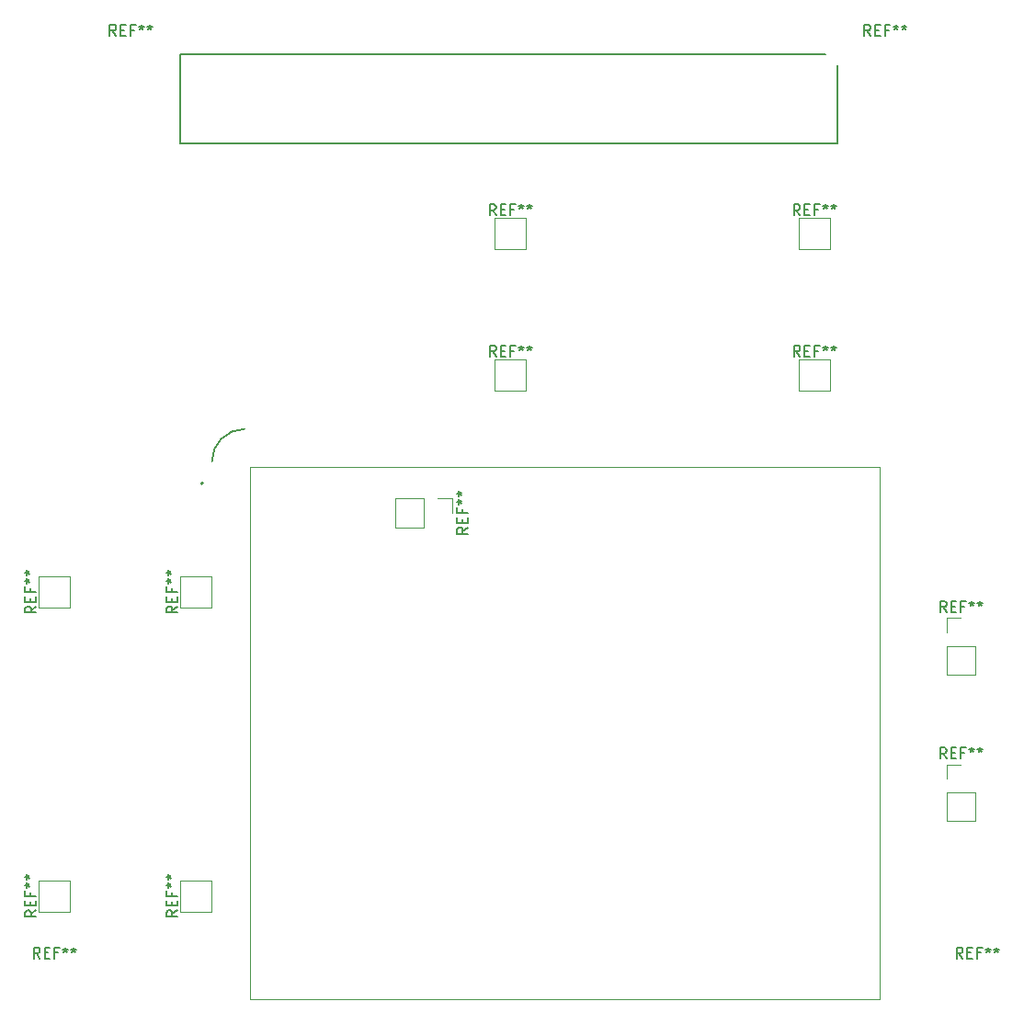
<source format=gbr>
%TF.GenerationSoftware,KiCad,Pcbnew,8.0.0*%
%TF.CreationDate,2025-01-17T03:21:48+02:00*%
%TF.ProjectId,diplomna_2024_solar_pcb_layout,6469706c-6f6d-46e6-915f-323032345f73,rev?*%
%TF.SameCoordinates,Original*%
%TF.FileFunction,Legend,Top*%
%TF.FilePolarity,Positive*%
%FSLAX46Y46*%
G04 Gerber Fmt 4.6, Leading zero omitted, Abs format (unit mm)*
G04 Created by KiCad (PCBNEW 8.0.0) date 2025-01-17 03:21:48*
%MOMM*%
%LPD*%
G01*
G04 APERTURE LIST*
%ADD10C,0.150000*%
%ADD11C,0.120000*%
%ADD12C,0.100000*%
%ADD13C,0.127000*%
%ADD14C,0.200000*%
G04 APERTURE END LIST*
D10*
X196306819Y-110333333D02*
X195830628Y-110666666D01*
X196306819Y-110904761D02*
X195306819Y-110904761D01*
X195306819Y-110904761D02*
X195306819Y-110523809D01*
X195306819Y-110523809D02*
X195354438Y-110428571D01*
X195354438Y-110428571D02*
X195402057Y-110380952D01*
X195402057Y-110380952D02*
X195497295Y-110333333D01*
X195497295Y-110333333D02*
X195640152Y-110333333D01*
X195640152Y-110333333D02*
X195735390Y-110380952D01*
X195735390Y-110380952D02*
X195783009Y-110428571D01*
X195783009Y-110428571D02*
X195830628Y-110523809D01*
X195830628Y-110523809D02*
X195830628Y-110904761D01*
X195783009Y-109904761D02*
X195783009Y-109571428D01*
X196306819Y-109428571D02*
X196306819Y-109904761D01*
X196306819Y-109904761D02*
X195306819Y-109904761D01*
X195306819Y-109904761D02*
X195306819Y-109428571D01*
X195783009Y-108666666D02*
X195783009Y-108999999D01*
X196306819Y-108999999D02*
X195306819Y-108999999D01*
X195306819Y-108999999D02*
X195306819Y-108523809D01*
X195306819Y-107999999D02*
X195544914Y-107999999D01*
X195449676Y-108238094D02*
X195544914Y-107999999D01*
X195544914Y-107999999D02*
X195449676Y-107761904D01*
X195735390Y-108142856D02*
X195544914Y-107999999D01*
X195544914Y-107999999D02*
X195735390Y-107857142D01*
X195306819Y-107238094D02*
X195544914Y-107238094D01*
X195449676Y-107476189D02*
X195544914Y-107238094D01*
X195544914Y-107238094D02*
X195449676Y-106999999D01*
X195735390Y-107380951D02*
X195544914Y-107238094D01*
X195544914Y-107238094D02*
X195735390Y-107095237D01*
X196306819Y-138333333D02*
X195830628Y-138666666D01*
X196306819Y-138904761D02*
X195306819Y-138904761D01*
X195306819Y-138904761D02*
X195306819Y-138523809D01*
X195306819Y-138523809D02*
X195354438Y-138428571D01*
X195354438Y-138428571D02*
X195402057Y-138380952D01*
X195402057Y-138380952D02*
X195497295Y-138333333D01*
X195497295Y-138333333D02*
X195640152Y-138333333D01*
X195640152Y-138333333D02*
X195735390Y-138380952D01*
X195735390Y-138380952D02*
X195783009Y-138428571D01*
X195783009Y-138428571D02*
X195830628Y-138523809D01*
X195830628Y-138523809D02*
X195830628Y-138904761D01*
X195783009Y-137904761D02*
X195783009Y-137571428D01*
X196306819Y-137428571D02*
X196306819Y-137904761D01*
X196306819Y-137904761D02*
X195306819Y-137904761D01*
X195306819Y-137904761D02*
X195306819Y-137428571D01*
X195783009Y-136666666D02*
X195783009Y-136999999D01*
X196306819Y-136999999D02*
X195306819Y-136999999D01*
X195306819Y-136999999D02*
X195306819Y-136523809D01*
X195306819Y-135999999D02*
X195544914Y-135999999D01*
X195449676Y-136238094D02*
X195544914Y-135999999D01*
X195544914Y-135999999D02*
X195449676Y-135761904D01*
X195735390Y-136142856D02*
X195544914Y-135999999D01*
X195544914Y-135999999D02*
X195735390Y-135857142D01*
X195306819Y-135238094D02*
X195544914Y-135238094D01*
X195449676Y-135476189D02*
X195544914Y-135238094D01*
X195544914Y-135238094D02*
X195449676Y-134999999D01*
X195735390Y-135380951D02*
X195544914Y-135238094D01*
X195544914Y-135238094D02*
X195735390Y-135095237D01*
X183306819Y-138333333D02*
X182830628Y-138666666D01*
X183306819Y-138904761D02*
X182306819Y-138904761D01*
X182306819Y-138904761D02*
X182306819Y-138523809D01*
X182306819Y-138523809D02*
X182354438Y-138428571D01*
X182354438Y-138428571D02*
X182402057Y-138380952D01*
X182402057Y-138380952D02*
X182497295Y-138333333D01*
X182497295Y-138333333D02*
X182640152Y-138333333D01*
X182640152Y-138333333D02*
X182735390Y-138380952D01*
X182735390Y-138380952D02*
X182783009Y-138428571D01*
X182783009Y-138428571D02*
X182830628Y-138523809D01*
X182830628Y-138523809D02*
X182830628Y-138904761D01*
X182783009Y-137904761D02*
X182783009Y-137571428D01*
X183306819Y-137428571D02*
X183306819Y-137904761D01*
X183306819Y-137904761D02*
X182306819Y-137904761D01*
X182306819Y-137904761D02*
X182306819Y-137428571D01*
X182783009Y-136666666D02*
X182783009Y-136999999D01*
X183306819Y-136999999D02*
X182306819Y-136999999D01*
X182306819Y-136999999D02*
X182306819Y-136523809D01*
X182306819Y-135999999D02*
X182544914Y-135999999D01*
X182449676Y-136238094D02*
X182544914Y-135999999D01*
X182544914Y-135999999D02*
X182449676Y-135761904D01*
X182735390Y-136142856D02*
X182544914Y-135999999D01*
X182544914Y-135999999D02*
X182735390Y-135857142D01*
X182306819Y-135238094D02*
X182544914Y-135238094D01*
X182449676Y-135476189D02*
X182544914Y-135238094D01*
X182544914Y-135238094D02*
X182449676Y-134999999D01*
X182735390Y-135380951D02*
X182544914Y-135238094D01*
X182544914Y-135238094D02*
X182735390Y-135095237D01*
X183306819Y-110333333D02*
X182830628Y-110666666D01*
X183306819Y-110904761D02*
X182306819Y-110904761D01*
X182306819Y-110904761D02*
X182306819Y-110523809D01*
X182306819Y-110523809D02*
X182354438Y-110428571D01*
X182354438Y-110428571D02*
X182402057Y-110380952D01*
X182402057Y-110380952D02*
X182497295Y-110333333D01*
X182497295Y-110333333D02*
X182640152Y-110333333D01*
X182640152Y-110333333D02*
X182735390Y-110380952D01*
X182735390Y-110380952D02*
X182783009Y-110428571D01*
X182783009Y-110428571D02*
X182830628Y-110523809D01*
X182830628Y-110523809D02*
X182830628Y-110904761D01*
X182783009Y-109904761D02*
X182783009Y-109571428D01*
X183306819Y-109428571D02*
X183306819Y-109904761D01*
X183306819Y-109904761D02*
X182306819Y-109904761D01*
X182306819Y-109904761D02*
X182306819Y-109428571D01*
X182783009Y-108666666D02*
X182783009Y-108999999D01*
X183306819Y-108999999D02*
X182306819Y-108999999D01*
X182306819Y-108999999D02*
X182306819Y-108523809D01*
X182306819Y-107999999D02*
X182544914Y-107999999D01*
X182449676Y-108238094D02*
X182544914Y-107999999D01*
X182544914Y-107999999D02*
X182449676Y-107761904D01*
X182735390Y-108142856D02*
X182544914Y-107999999D01*
X182544914Y-107999999D02*
X182735390Y-107857142D01*
X182306819Y-107238094D02*
X182544914Y-107238094D01*
X182449676Y-107476189D02*
X182544914Y-107238094D01*
X182544914Y-107238094D02*
X182449676Y-106999999D01*
X182735390Y-107380951D02*
X182544914Y-107238094D01*
X182544914Y-107238094D02*
X182735390Y-107095237D01*
X225666666Y-87306819D02*
X225333333Y-86830628D01*
X225095238Y-87306819D02*
X225095238Y-86306819D01*
X225095238Y-86306819D02*
X225476190Y-86306819D01*
X225476190Y-86306819D02*
X225571428Y-86354438D01*
X225571428Y-86354438D02*
X225619047Y-86402057D01*
X225619047Y-86402057D02*
X225666666Y-86497295D01*
X225666666Y-86497295D02*
X225666666Y-86640152D01*
X225666666Y-86640152D02*
X225619047Y-86735390D01*
X225619047Y-86735390D02*
X225571428Y-86783009D01*
X225571428Y-86783009D02*
X225476190Y-86830628D01*
X225476190Y-86830628D02*
X225095238Y-86830628D01*
X226095238Y-86783009D02*
X226428571Y-86783009D01*
X226571428Y-87306819D02*
X226095238Y-87306819D01*
X226095238Y-87306819D02*
X226095238Y-86306819D01*
X226095238Y-86306819D02*
X226571428Y-86306819D01*
X227333333Y-86783009D02*
X227000000Y-86783009D01*
X227000000Y-87306819D02*
X227000000Y-86306819D01*
X227000000Y-86306819D02*
X227476190Y-86306819D01*
X228000000Y-86306819D02*
X228000000Y-86544914D01*
X227761905Y-86449676D02*
X228000000Y-86544914D01*
X228000000Y-86544914D02*
X228238095Y-86449676D01*
X227857143Y-86735390D02*
X228000000Y-86544914D01*
X228000000Y-86544914D02*
X228142857Y-86735390D01*
X228761905Y-86306819D02*
X228761905Y-86544914D01*
X228523810Y-86449676D02*
X228761905Y-86544914D01*
X228761905Y-86544914D02*
X229000000Y-86449676D01*
X228619048Y-86735390D02*
X228761905Y-86544914D01*
X228761905Y-86544914D02*
X228904762Y-86735390D01*
X225666666Y-74306819D02*
X225333333Y-73830628D01*
X225095238Y-74306819D02*
X225095238Y-73306819D01*
X225095238Y-73306819D02*
X225476190Y-73306819D01*
X225476190Y-73306819D02*
X225571428Y-73354438D01*
X225571428Y-73354438D02*
X225619047Y-73402057D01*
X225619047Y-73402057D02*
X225666666Y-73497295D01*
X225666666Y-73497295D02*
X225666666Y-73640152D01*
X225666666Y-73640152D02*
X225619047Y-73735390D01*
X225619047Y-73735390D02*
X225571428Y-73783009D01*
X225571428Y-73783009D02*
X225476190Y-73830628D01*
X225476190Y-73830628D02*
X225095238Y-73830628D01*
X226095238Y-73783009D02*
X226428571Y-73783009D01*
X226571428Y-74306819D02*
X226095238Y-74306819D01*
X226095238Y-74306819D02*
X226095238Y-73306819D01*
X226095238Y-73306819D02*
X226571428Y-73306819D01*
X227333333Y-73783009D02*
X227000000Y-73783009D01*
X227000000Y-74306819D02*
X227000000Y-73306819D01*
X227000000Y-73306819D02*
X227476190Y-73306819D01*
X228000000Y-73306819D02*
X228000000Y-73544914D01*
X227761905Y-73449676D02*
X228000000Y-73544914D01*
X228000000Y-73544914D02*
X228238095Y-73449676D01*
X227857143Y-73735390D02*
X228000000Y-73544914D01*
X228000000Y-73544914D02*
X228142857Y-73735390D01*
X228761905Y-73306819D02*
X228761905Y-73544914D01*
X228523810Y-73449676D02*
X228761905Y-73544914D01*
X228761905Y-73544914D02*
X229000000Y-73449676D01*
X228619048Y-73735390D02*
X228761905Y-73544914D01*
X228761905Y-73544914D02*
X228904762Y-73735390D01*
X253666666Y-74306819D02*
X253333333Y-73830628D01*
X253095238Y-74306819D02*
X253095238Y-73306819D01*
X253095238Y-73306819D02*
X253476190Y-73306819D01*
X253476190Y-73306819D02*
X253571428Y-73354438D01*
X253571428Y-73354438D02*
X253619047Y-73402057D01*
X253619047Y-73402057D02*
X253666666Y-73497295D01*
X253666666Y-73497295D02*
X253666666Y-73640152D01*
X253666666Y-73640152D02*
X253619047Y-73735390D01*
X253619047Y-73735390D02*
X253571428Y-73783009D01*
X253571428Y-73783009D02*
X253476190Y-73830628D01*
X253476190Y-73830628D02*
X253095238Y-73830628D01*
X254095238Y-73783009D02*
X254428571Y-73783009D01*
X254571428Y-74306819D02*
X254095238Y-74306819D01*
X254095238Y-74306819D02*
X254095238Y-73306819D01*
X254095238Y-73306819D02*
X254571428Y-73306819D01*
X255333333Y-73783009D02*
X255000000Y-73783009D01*
X255000000Y-74306819D02*
X255000000Y-73306819D01*
X255000000Y-73306819D02*
X255476190Y-73306819D01*
X256000000Y-73306819D02*
X256000000Y-73544914D01*
X255761905Y-73449676D02*
X256000000Y-73544914D01*
X256000000Y-73544914D02*
X256238095Y-73449676D01*
X255857143Y-73735390D02*
X256000000Y-73544914D01*
X256000000Y-73544914D02*
X256142857Y-73735390D01*
X256761905Y-73306819D02*
X256761905Y-73544914D01*
X256523810Y-73449676D02*
X256761905Y-73544914D01*
X256761905Y-73544914D02*
X257000000Y-73449676D01*
X256619048Y-73735390D02*
X256761905Y-73544914D01*
X256761905Y-73544914D02*
X256904762Y-73735390D01*
X253666666Y-87306819D02*
X253333333Y-86830628D01*
X253095238Y-87306819D02*
X253095238Y-86306819D01*
X253095238Y-86306819D02*
X253476190Y-86306819D01*
X253476190Y-86306819D02*
X253571428Y-86354438D01*
X253571428Y-86354438D02*
X253619047Y-86402057D01*
X253619047Y-86402057D02*
X253666666Y-86497295D01*
X253666666Y-86497295D02*
X253666666Y-86640152D01*
X253666666Y-86640152D02*
X253619047Y-86735390D01*
X253619047Y-86735390D02*
X253571428Y-86783009D01*
X253571428Y-86783009D02*
X253476190Y-86830628D01*
X253476190Y-86830628D02*
X253095238Y-86830628D01*
X254095238Y-86783009D02*
X254428571Y-86783009D01*
X254571428Y-87306819D02*
X254095238Y-87306819D01*
X254095238Y-87306819D02*
X254095238Y-86306819D01*
X254095238Y-86306819D02*
X254571428Y-86306819D01*
X255333333Y-86783009D02*
X255000000Y-86783009D01*
X255000000Y-87306819D02*
X255000000Y-86306819D01*
X255000000Y-86306819D02*
X255476190Y-86306819D01*
X256000000Y-86306819D02*
X256000000Y-86544914D01*
X255761905Y-86449676D02*
X256000000Y-86544914D01*
X256000000Y-86544914D02*
X256238095Y-86449676D01*
X255857143Y-86735390D02*
X256000000Y-86544914D01*
X256000000Y-86544914D02*
X256142857Y-86735390D01*
X256761905Y-86306819D02*
X256761905Y-86544914D01*
X256523810Y-86449676D02*
X256761905Y-86544914D01*
X256761905Y-86544914D02*
X257000000Y-86449676D01*
X256619048Y-86735390D02*
X256761905Y-86544914D01*
X256761905Y-86544914D02*
X256904762Y-86735390D01*
X223059819Y-103058333D02*
X222583628Y-103391666D01*
X223059819Y-103629761D02*
X222059819Y-103629761D01*
X222059819Y-103629761D02*
X222059819Y-103248809D01*
X222059819Y-103248809D02*
X222107438Y-103153571D01*
X222107438Y-103153571D02*
X222155057Y-103105952D01*
X222155057Y-103105952D02*
X222250295Y-103058333D01*
X222250295Y-103058333D02*
X222393152Y-103058333D01*
X222393152Y-103058333D02*
X222488390Y-103105952D01*
X222488390Y-103105952D02*
X222536009Y-103153571D01*
X222536009Y-103153571D02*
X222583628Y-103248809D01*
X222583628Y-103248809D02*
X222583628Y-103629761D01*
X222536009Y-102629761D02*
X222536009Y-102296428D01*
X223059819Y-102153571D02*
X223059819Y-102629761D01*
X223059819Y-102629761D02*
X222059819Y-102629761D01*
X222059819Y-102629761D02*
X222059819Y-102153571D01*
X222536009Y-101391666D02*
X222536009Y-101724999D01*
X223059819Y-101724999D02*
X222059819Y-101724999D01*
X222059819Y-101724999D02*
X222059819Y-101248809D01*
X222059819Y-100724999D02*
X222297914Y-100724999D01*
X222202676Y-100963094D02*
X222297914Y-100724999D01*
X222297914Y-100724999D02*
X222202676Y-100486904D01*
X222488390Y-100867856D02*
X222297914Y-100724999D01*
X222297914Y-100724999D02*
X222488390Y-100582142D01*
X222059819Y-99963094D02*
X222297914Y-99963094D01*
X222202676Y-100201189D02*
X222297914Y-99963094D01*
X222297914Y-99963094D02*
X222202676Y-99724999D01*
X222488390Y-100105951D02*
X222297914Y-99963094D01*
X222297914Y-99963094D02*
X222488390Y-99820237D01*
X267166666Y-110849819D02*
X266833333Y-110373628D01*
X266595238Y-110849819D02*
X266595238Y-109849819D01*
X266595238Y-109849819D02*
X266976190Y-109849819D01*
X266976190Y-109849819D02*
X267071428Y-109897438D01*
X267071428Y-109897438D02*
X267119047Y-109945057D01*
X267119047Y-109945057D02*
X267166666Y-110040295D01*
X267166666Y-110040295D02*
X267166666Y-110183152D01*
X267166666Y-110183152D02*
X267119047Y-110278390D01*
X267119047Y-110278390D02*
X267071428Y-110326009D01*
X267071428Y-110326009D02*
X266976190Y-110373628D01*
X266976190Y-110373628D02*
X266595238Y-110373628D01*
X267595238Y-110326009D02*
X267928571Y-110326009D01*
X268071428Y-110849819D02*
X267595238Y-110849819D01*
X267595238Y-110849819D02*
X267595238Y-109849819D01*
X267595238Y-109849819D02*
X268071428Y-109849819D01*
X268833333Y-110326009D02*
X268500000Y-110326009D01*
X268500000Y-110849819D02*
X268500000Y-109849819D01*
X268500000Y-109849819D02*
X268976190Y-109849819D01*
X269500000Y-109849819D02*
X269500000Y-110087914D01*
X269261905Y-109992676D02*
X269500000Y-110087914D01*
X269500000Y-110087914D02*
X269738095Y-109992676D01*
X269357143Y-110278390D02*
X269500000Y-110087914D01*
X269500000Y-110087914D02*
X269642857Y-110278390D01*
X270261905Y-109849819D02*
X270261905Y-110087914D01*
X270023810Y-109992676D02*
X270261905Y-110087914D01*
X270261905Y-110087914D02*
X270500000Y-109992676D01*
X270119048Y-110278390D02*
X270261905Y-110087914D01*
X270261905Y-110087914D02*
X270404762Y-110278390D01*
X267166666Y-124349819D02*
X266833333Y-123873628D01*
X266595238Y-124349819D02*
X266595238Y-123349819D01*
X266595238Y-123349819D02*
X266976190Y-123349819D01*
X266976190Y-123349819D02*
X267071428Y-123397438D01*
X267071428Y-123397438D02*
X267119047Y-123445057D01*
X267119047Y-123445057D02*
X267166666Y-123540295D01*
X267166666Y-123540295D02*
X267166666Y-123683152D01*
X267166666Y-123683152D02*
X267119047Y-123778390D01*
X267119047Y-123778390D02*
X267071428Y-123826009D01*
X267071428Y-123826009D02*
X266976190Y-123873628D01*
X266976190Y-123873628D02*
X266595238Y-123873628D01*
X267595238Y-123826009D02*
X267928571Y-123826009D01*
X268071428Y-124349819D02*
X267595238Y-124349819D01*
X267595238Y-124349819D02*
X267595238Y-123349819D01*
X267595238Y-123349819D02*
X268071428Y-123349819D01*
X268833333Y-123826009D02*
X268500000Y-123826009D01*
X268500000Y-124349819D02*
X268500000Y-123349819D01*
X268500000Y-123349819D02*
X268976190Y-123349819D01*
X269500000Y-123349819D02*
X269500000Y-123587914D01*
X269261905Y-123492676D02*
X269500000Y-123587914D01*
X269500000Y-123587914D02*
X269738095Y-123492676D01*
X269357143Y-123778390D02*
X269500000Y-123587914D01*
X269500000Y-123587914D02*
X269642857Y-123778390D01*
X270261905Y-123349819D02*
X270261905Y-123587914D01*
X270023810Y-123492676D02*
X270261905Y-123587914D01*
X270261905Y-123587914D02*
X270500000Y-123492676D01*
X270119048Y-123778390D02*
X270261905Y-123587914D01*
X270261905Y-123587914D02*
X270404762Y-123778390D01*
X268666666Y-142754819D02*
X268333333Y-142278628D01*
X268095238Y-142754819D02*
X268095238Y-141754819D01*
X268095238Y-141754819D02*
X268476190Y-141754819D01*
X268476190Y-141754819D02*
X268571428Y-141802438D01*
X268571428Y-141802438D02*
X268619047Y-141850057D01*
X268619047Y-141850057D02*
X268666666Y-141945295D01*
X268666666Y-141945295D02*
X268666666Y-142088152D01*
X268666666Y-142088152D02*
X268619047Y-142183390D01*
X268619047Y-142183390D02*
X268571428Y-142231009D01*
X268571428Y-142231009D02*
X268476190Y-142278628D01*
X268476190Y-142278628D02*
X268095238Y-142278628D01*
X269095238Y-142231009D02*
X269428571Y-142231009D01*
X269571428Y-142754819D02*
X269095238Y-142754819D01*
X269095238Y-142754819D02*
X269095238Y-141754819D01*
X269095238Y-141754819D02*
X269571428Y-141754819D01*
X270333333Y-142231009D02*
X270000000Y-142231009D01*
X270000000Y-142754819D02*
X270000000Y-141754819D01*
X270000000Y-141754819D02*
X270476190Y-141754819D01*
X271000000Y-141754819D02*
X271000000Y-141992914D01*
X270761905Y-141897676D02*
X271000000Y-141992914D01*
X271000000Y-141992914D02*
X271238095Y-141897676D01*
X270857143Y-142183390D02*
X271000000Y-141992914D01*
X271000000Y-141992914D02*
X271142857Y-142183390D01*
X271761905Y-141754819D02*
X271761905Y-141992914D01*
X271523810Y-141897676D02*
X271761905Y-141992914D01*
X271761905Y-141992914D02*
X272000000Y-141897676D01*
X271619048Y-142183390D02*
X271761905Y-141992914D01*
X271761905Y-141992914D02*
X271904762Y-142183390D01*
X190666666Y-57754819D02*
X190333333Y-57278628D01*
X190095238Y-57754819D02*
X190095238Y-56754819D01*
X190095238Y-56754819D02*
X190476190Y-56754819D01*
X190476190Y-56754819D02*
X190571428Y-56802438D01*
X190571428Y-56802438D02*
X190619047Y-56850057D01*
X190619047Y-56850057D02*
X190666666Y-56945295D01*
X190666666Y-56945295D02*
X190666666Y-57088152D01*
X190666666Y-57088152D02*
X190619047Y-57183390D01*
X190619047Y-57183390D02*
X190571428Y-57231009D01*
X190571428Y-57231009D02*
X190476190Y-57278628D01*
X190476190Y-57278628D02*
X190095238Y-57278628D01*
X191095238Y-57231009D02*
X191428571Y-57231009D01*
X191571428Y-57754819D02*
X191095238Y-57754819D01*
X191095238Y-57754819D02*
X191095238Y-56754819D01*
X191095238Y-56754819D02*
X191571428Y-56754819D01*
X192333333Y-57231009D02*
X192000000Y-57231009D01*
X192000000Y-57754819D02*
X192000000Y-56754819D01*
X192000000Y-56754819D02*
X192476190Y-56754819D01*
X193000000Y-56754819D02*
X193000000Y-56992914D01*
X192761905Y-56897676D02*
X193000000Y-56992914D01*
X193000000Y-56992914D02*
X193238095Y-56897676D01*
X192857143Y-57183390D02*
X193000000Y-56992914D01*
X193000000Y-56992914D02*
X193142857Y-57183390D01*
X193761905Y-56754819D02*
X193761905Y-56992914D01*
X193523810Y-56897676D02*
X193761905Y-56992914D01*
X193761905Y-56992914D02*
X194000000Y-56897676D01*
X193619048Y-57183390D02*
X193761905Y-56992914D01*
X193761905Y-56992914D02*
X193904762Y-57183390D01*
X183666666Y-142754819D02*
X183333333Y-142278628D01*
X183095238Y-142754819D02*
X183095238Y-141754819D01*
X183095238Y-141754819D02*
X183476190Y-141754819D01*
X183476190Y-141754819D02*
X183571428Y-141802438D01*
X183571428Y-141802438D02*
X183619047Y-141850057D01*
X183619047Y-141850057D02*
X183666666Y-141945295D01*
X183666666Y-141945295D02*
X183666666Y-142088152D01*
X183666666Y-142088152D02*
X183619047Y-142183390D01*
X183619047Y-142183390D02*
X183571428Y-142231009D01*
X183571428Y-142231009D02*
X183476190Y-142278628D01*
X183476190Y-142278628D02*
X183095238Y-142278628D01*
X184095238Y-142231009D02*
X184428571Y-142231009D01*
X184571428Y-142754819D02*
X184095238Y-142754819D01*
X184095238Y-142754819D02*
X184095238Y-141754819D01*
X184095238Y-141754819D02*
X184571428Y-141754819D01*
X185333333Y-142231009D02*
X185000000Y-142231009D01*
X185000000Y-142754819D02*
X185000000Y-141754819D01*
X185000000Y-141754819D02*
X185476190Y-141754819D01*
X186000000Y-141754819D02*
X186000000Y-141992914D01*
X185761905Y-141897676D02*
X186000000Y-141992914D01*
X186000000Y-141992914D02*
X186238095Y-141897676D01*
X185857143Y-142183390D02*
X186000000Y-141992914D01*
X186000000Y-141992914D02*
X186142857Y-142183390D01*
X186761905Y-141754819D02*
X186761905Y-141992914D01*
X186523810Y-141897676D02*
X186761905Y-141992914D01*
X186761905Y-141992914D02*
X187000000Y-141897676D01*
X186619048Y-142183390D02*
X186761905Y-141992914D01*
X186761905Y-141992914D02*
X186904762Y-142183390D01*
X260166666Y-57754819D02*
X259833333Y-57278628D01*
X259595238Y-57754819D02*
X259595238Y-56754819D01*
X259595238Y-56754819D02*
X259976190Y-56754819D01*
X259976190Y-56754819D02*
X260071428Y-56802438D01*
X260071428Y-56802438D02*
X260119047Y-56850057D01*
X260119047Y-56850057D02*
X260166666Y-56945295D01*
X260166666Y-56945295D02*
X260166666Y-57088152D01*
X260166666Y-57088152D02*
X260119047Y-57183390D01*
X260119047Y-57183390D02*
X260071428Y-57231009D01*
X260071428Y-57231009D02*
X259976190Y-57278628D01*
X259976190Y-57278628D02*
X259595238Y-57278628D01*
X260595238Y-57231009D02*
X260928571Y-57231009D01*
X261071428Y-57754819D02*
X260595238Y-57754819D01*
X260595238Y-57754819D02*
X260595238Y-56754819D01*
X260595238Y-56754819D02*
X261071428Y-56754819D01*
X261833333Y-57231009D02*
X261500000Y-57231009D01*
X261500000Y-57754819D02*
X261500000Y-56754819D01*
X261500000Y-56754819D02*
X261976190Y-56754819D01*
X262500000Y-56754819D02*
X262500000Y-56992914D01*
X262261905Y-56897676D02*
X262500000Y-56992914D01*
X262500000Y-56992914D02*
X262738095Y-56897676D01*
X262357143Y-57183390D02*
X262500000Y-56992914D01*
X262500000Y-56992914D02*
X262642857Y-57183390D01*
X263261905Y-56754819D02*
X263261905Y-56992914D01*
X263023810Y-56897676D02*
X263261905Y-56992914D01*
X263261905Y-56992914D02*
X263500000Y-56897676D01*
X263119048Y-57183390D02*
X263261905Y-56992914D01*
X263261905Y-56992914D02*
X263404762Y-57183390D01*
D11*
%TO.C,REF\u002A\u002A*%
X196550000Y-110450000D02*
X196550000Y-107550000D01*
X199450000Y-110450000D02*
X196550000Y-110450000D01*
X196550000Y-107550000D02*
X199450000Y-107550000D01*
X199450000Y-107550000D02*
X199450000Y-110450000D01*
X196550000Y-138450000D02*
X196550000Y-135550000D01*
X199450000Y-138450000D02*
X196550000Y-138450000D01*
X196550000Y-135550000D02*
X199450000Y-135550000D01*
X199450000Y-135550000D02*
X199450000Y-138450000D01*
X183550000Y-138450000D02*
X183550000Y-135550000D01*
X186450000Y-138450000D02*
X183550000Y-138450000D01*
X183550000Y-135550000D02*
X186450000Y-135550000D01*
X186450000Y-135550000D02*
X186450000Y-138450000D01*
X183550000Y-110450000D02*
X183550000Y-107550000D01*
X186450000Y-110450000D02*
X183550000Y-110450000D01*
X183550000Y-107550000D02*
X186450000Y-107550000D01*
X186450000Y-107550000D02*
X186450000Y-110450000D01*
X225550000Y-87550000D02*
X228450000Y-87550000D01*
X225550000Y-90450000D02*
X225550000Y-87550000D01*
X228450000Y-87550000D02*
X228450000Y-90450000D01*
X228450000Y-90450000D02*
X225550000Y-90450000D01*
X225550000Y-74550000D02*
X228450000Y-74550000D01*
X225550000Y-77450000D02*
X225550000Y-74550000D01*
X228450000Y-74550000D02*
X228450000Y-77450000D01*
X228450000Y-77450000D02*
X225550000Y-77450000D01*
X253550000Y-74550000D02*
X256450000Y-74550000D01*
X253550000Y-77450000D02*
X253550000Y-74550000D01*
X256450000Y-74550000D02*
X256450000Y-77450000D01*
X256450000Y-77450000D02*
X253550000Y-77450000D01*
X253550000Y-87550000D02*
X256450000Y-87550000D01*
X253550000Y-90450000D02*
X253550000Y-87550000D01*
X256450000Y-87550000D02*
X256450000Y-90450000D01*
X256450000Y-90450000D02*
X253550000Y-90450000D01*
X219005000Y-103055000D02*
X216405000Y-103055000D01*
X216405000Y-100395000D02*
X216405000Y-103055000D01*
X219005000Y-100395000D02*
X219005000Y-103055000D01*
X219005000Y-100395000D02*
X216405000Y-100395000D01*
X220275000Y-100395000D02*
X221605000Y-100395000D01*
X221605000Y-100395000D02*
X221605000Y-101725000D01*
X267170000Y-111395000D02*
X268500000Y-111395000D01*
X267170000Y-112725000D02*
X267170000Y-111395000D01*
X267170000Y-113995000D02*
X267170000Y-116595000D01*
X267170000Y-113995000D02*
X269830000Y-113995000D01*
X267170000Y-116595000D02*
X269830000Y-116595000D01*
X269830000Y-113995000D02*
X269830000Y-116595000D01*
X267170000Y-124895000D02*
X268500000Y-124895000D01*
X267170000Y-126225000D02*
X267170000Y-124895000D01*
X267170000Y-127495000D02*
X267170000Y-130095000D01*
X267170000Y-127495000D02*
X269830000Y-127495000D01*
X267170000Y-130095000D02*
X269830000Y-130095000D01*
X269830000Y-127495000D02*
X269830000Y-130095000D01*
%TO.C,*%
D12*
X203000000Y-97500000D02*
X261000000Y-97500000D01*
X261000000Y-146500000D01*
X203000000Y-146500000D01*
X203000000Y-97500000D01*
D13*
X199500000Y-97000000D02*
G75*
G02*
X202500000Y-94000000I3000001J-1D01*
G01*
D14*
X198700000Y-99000000D02*
G75*
G02*
X198500000Y-99000000I-100000J0D01*
G01*
X198500000Y-99000000D02*
G75*
G02*
X198700000Y-99000000I100000J0D01*
G01*
%TO.C,J\u002A\u002A*%
X196600000Y-59500000D02*
X196600000Y-67700000D01*
X196600000Y-67700000D02*
X257100000Y-67700000D01*
X256000000Y-59500000D02*
X196600000Y-59500000D01*
X257100000Y-67700000D02*
X257100000Y-60500000D01*
%TD*%
M02*

</source>
